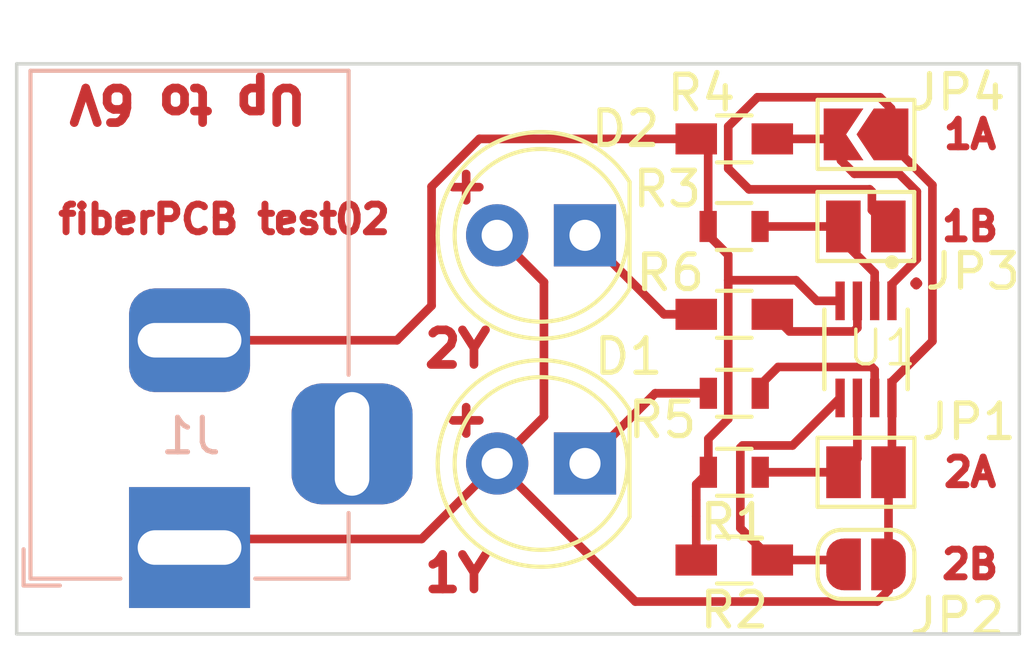
<source format=kicad_pcb>
(kicad_pcb (version 20171130) (host pcbnew "(5.1.6-0-10_14)")

  (general
    (thickness 1.6)
    (drawings 16)
    (tracks 86)
    (zones 0)
    (modules 14)
    (nets 11)
  )

  (page A4)
  (layers
    (0 F.Cu signal)
    (31 B.Cu signal)
    (32 B.Adhes user)
    (33 F.Adhes user)
    (34 B.Paste user)
    (35 F.Paste user)
    (36 B.SilkS user)
    (37 F.SilkS user)
    (38 B.Mask user)
    (39 F.Mask user)
    (40 Dwgs.User user)
    (41 Cmts.User user)
    (42 Eco1.User user)
    (43 Eco2.User user)
    (44 Edge.Cuts user)
    (45 Margin user)
    (46 B.CrtYd user hide)
    (47 F.CrtYd user)
    (48 B.Fab user hide)
    (49 F.Fab user hide)
  )

  (setup
    (last_trace_width 0.25)
    (trace_clearance 0.2)
    (zone_clearance 0.508)
    (zone_45_only no)
    (trace_min 0.2)
    (via_size 0.8)
    (via_drill 0.4)
    (via_min_size 0.4)
    (via_min_drill 0.3)
    (uvia_size 0.3)
    (uvia_drill 0.1)
    (uvias_allowed no)
    (uvia_min_size 0.2)
    (uvia_min_drill 0.1)
    (edge_width 0.1)
    (segment_width 0.2)
    (pcb_text_width 0.3)
    (pcb_text_size 1.5 1.5)
    (mod_edge_width 0.15)
    (mod_text_size 1 1)
    (mod_text_width 0.15)
    (pad_size 1.524 1.524)
    (pad_drill 0.762)
    (pad_to_mask_clearance 0)
    (aux_axis_origin 0 0)
    (visible_elements FFFFFF7F)
    (pcbplotparams
      (layerselection 0x01088_7fffffff)
      (usegerberextensions false)
      (usegerberattributes true)
      (usegerberadvancedattributes true)
      (creategerberjobfile true)
      (excludeedgelayer true)
      (linewidth 0.100000)
      (plotframeref false)
      (viasonmask false)
      (mode 1)
      (useauxorigin false)
      (hpglpennumber 1)
      (hpglpenspeed 20)
      (hpglpendiameter 15.000000)
      (psnegative false)
      (psa4output false)
      (plotreference true)
      (plotvalue true)
      (plotinvisibletext false)
      (padsonsilk false)
      (subtractmaskfromsilk false)
      (outputformat 1)
      (mirror false)
      (drillshape 0)
      (scaleselection 1)
      (outputdirectory ""))
  )

  (net 0 "")
  (net 1 "Net-(D1-Pad1)")
  (net 2 VCC)
  (net 3 "Net-(D2-Pad1)")
  (net 4 GND)
  (net 5 "Net-(JP1-Pad2)")
  (net 6 "Net-(JP2-Pad2)")
  (net 7 "Net-(JP3-Pad2)")
  (net 8 "Net-(JP4-Pad2)")
  (net 9 "Net-(R5-Pad2)")
  (net 10 "Net-(R6-Pad2)")

  (net_class Default "This is the default net class."
    (clearance 0.2)
    (trace_width 0.25)
    (via_dia 0.8)
    (via_drill 0.4)
    (uvia_dia 0.3)
    (uvia_drill 0.1)
    (add_net GND)
    (add_net "Net-(D1-Pad1)")
    (add_net "Net-(D2-Pad1)")
    (add_net "Net-(JP1-Pad2)")
    (add_net "Net-(JP2-Pad2)")
    (add_net "Net-(JP3-Pad2)")
    (add_net "Net-(JP4-Pad2)")
    (add_net "Net-(R5-Pad2)")
    (add_net "Net-(R6-Pad2)")
    (add_net VCC)
  )

  (module Jumper:SolderJumper-2_P1.3mm_Open_TrianglePad1.0x1.5mm (layer F.Cu) (tedit 5A64794F) (tstamp 600A407E)
    (at 162.56508 69.04228 180)
    (descr "SMD Solder Jumper, 1x1.5mm Triangular Pads, 0.3mm gap, open")
    (tags "solder jumper open")
    (path /600A574A)
    (attr virtual)
    (fp_text reference JP4 (at -2.66954 1.21666) (layer F.SilkS)
      (effects (font (size 1 1) (thickness 0.15)))
    )
    (fp_text value Jumper (at 0 1.9) (layer F.Fab)
      (effects (font (size 1 1) (thickness 0.15)))
    )
    (fp_line (start -1.4 1) (end -1.4 -1) (layer F.SilkS) (width 0.12))
    (fp_line (start 1.4 1) (end -1.4 1) (layer F.SilkS) (width 0.12))
    (fp_line (start 1.4 -1) (end 1.4 1) (layer F.SilkS) (width 0.12))
    (fp_line (start -1.4 -1) (end 1.4 -1) (layer F.SilkS) (width 0.12))
    (fp_line (start -1.65 -1.25) (end 1.65 -1.25) (layer F.CrtYd) (width 0.05))
    (fp_line (start -1.65 -1.25) (end -1.65 1.25) (layer F.CrtYd) (width 0.05))
    (fp_line (start 1.65 1.25) (end 1.65 -1.25) (layer F.CrtYd) (width 0.05))
    (fp_line (start 1.65 1.25) (end -1.65 1.25) (layer F.CrtYd) (width 0.05))
    (pad 1 smd custom (at -0.725 0 180) (size 0.3 0.3) (layers F.Cu F.Mask)
      (net 2 VCC) (zone_connect 2)
      (options (clearance outline) (anchor rect))
      (primitives
        (gr_poly (pts
           (xy -0.5 -0.75) (xy 0.5 -0.75) (xy 1 0) (xy 0.5 0.75) (xy -0.5 0.75)
) (width 0))
      ))
    (pad 2 smd custom (at 0.725 0 180) (size 0.3 0.3) (layers F.Cu F.Mask)
      (net 8 "Net-(JP4-Pad2)") (zone_connect 2)
      (options (clearance outline) (anchor rect))
      (primitives
        (gr_poly (pts
           (xy -0.65 -0.75) (xy 0.5 -0.75) (xy 0.5 0.75) (xy -0.65 0.75) (xy -0.15 0)
) (width 0))
      ))
  )

  (module Jumper:SolderJumper-2_P1.3mm_Open_RoundedPad1.0x1.5mm (layer F.Cu) (tedit 5B391E66) (tstamp 600A42AE)
    (at 162.56508 81.48828 180)
    (descr "SMD Solder Jumper, 1x1.5mm, rounded Pads, 0.3mm gap, open")
    (tags "solder jumper open")
    (path /600AA382)
    (attr virtual)
    (fp_text reference JP2 (at -2.63906 -1.4986) (layer F.SilkS)
      (effects (font (size 1 1) (thickness 0.15)))
    )
    (fp_text value Jumper (at 0 1.9) (layer F.Fab)
      (effects (font (size 1 1) (thickness 0.15)))
    )
    (fp_line (start -1.4 0.3) (end -1.4 -0.3) (layer F.SilkS) (width 0.12))
    (fp_line (start 0.7 1) (end -0.7 1) (layer F.SilkS) (width 0.12))
    (fp_line (start 1.4 -0.3) (end 1.4 0.3) (layer F.SilkS) (width 0.12))
    (fp_line (start -0.7 -1) (end 0.7 -1) (layer F.SilkS) (width 0.12))
    (fp_line (start -1.65 -1.25) (end 1.65 -1.25) (layer F.CrtYd) (width 0.05))
    (fp_line (start -1.65 -1.25) (end -1.65 1.25) (layer F.CrtYd) (width 0.05))
    (fp_line (start 1.65 1.25) (end 1.65 -1.25) (layer F.CrtYd) (width 0.05))
    (fp_line (start 1.65 1.25) (end -1.65 1.25) (layer F.CrtYd) (width 0.05))
    (fp_arc (start -0.7 -0.3) (end -0.7 -1) (angle -90) (layer F.SilkS) (width 0.12))
    (fp_arc (start -0.7 0.3) (end -1.4 0.3) (angle -90) (layer F.SilkS) (width 0.12))
    (fp_arc (start 0.7 0.3) (end 0.7 1) (angle -90) (layer F.SilkS) (width 0.12))
    (fp_arc (start 0.7 -0.3) (end 1.4 -0.3) (angle -90) (layer F.SilkS) (width 0.12))
    (pad 2 smd custom (at 0.65 0 180) (size 1 0.5) (layers F.Cu F.Mask)
      (net 6 "Net-(JP2-Pad2)") (zone_connect 2)
      (options (clearance outline) (anchor rect))
      (primitives
        (gr_circle (center 0 0.25) (end 0.5 0.25) (width 0))
        (gr_circle (center 0 -0.25) (end 0.5 -0.25) (width 0))
        (gr_poly (pts
           (xy 0 -0.75) (xy -0.5 -0.75) (xy -0.5 0.75) (xy 0 0.75)) (width 0))
      ))
    (pad 1 smd custom (at -0.65 0 180) (size 1 0.5) (layers F.Cu F.Mask)
      (net 2 VCC) (zone_connect 2)
      (options (clearance outline) (anchor rect))
      (primitives
        (gr_circle (center 0 0.25) (end 0.5 0.25) (width 0))
        (gr_circle (center 0 -0.25) (end 0.5 -0.25) (width 0))
        (gr_poly (pts
           (xy 0 -0.75) (xy 0.5 -0.75) (xy 0.5 0.75) (xy 0 0.75)) (width 0))
      ))
  )

  (module Jumper:SolderJumper-2_P1.3mm_Open_Pad1.0x1.5mm (layer F.Cu) (tedit 5A3EABFC) (tstamp 600A2C90)
    (at 162.56508 78.82128 180)
    (descr "SMD Solder Jumper, 1x1.5mm Pads, 0.3mm gap, open")
    (tags "solder jumper open")
    (path /600AA38C)
    (attr virtual)
    (fp_text reference JP1 (at -2.97434 1.4605) (layer F.SilkS)
      (effects (font (size 1 1) (thickness 0.15)))
    )
    (fp_text value Jumper (at 0 1.9) (layer F.Fab)
      (effects (font (size 1 1) (thickness 0.15)))
    )
    (fp_line (start -1.4 1) (end -1.4 -1) (layer F.SilkS) (width 0.12))
    (fp_line (start 1.4 1) (end -1.4 1) (layer F.SilkS) (width 0.12))
    (fp_line (start 1.4 -1) (end 1.4 1) (layer F.SilkS) (width 0.12))
    (fp_line (start -1.4 -1) (end 1.4 -1) (layer F.SilkS) (width 0.12))
    (fp_line (start -1.65 -1.25) (end 1.65 -1.25) (layer F.CrtYd) (width 0.05))
    (fp_line (start -1.65 -1.25) (end -1.65 1.25) (layer F.CrtYd) (width 0.05))
    (fp_line (start 1.65 1.25) (end 1.65 -1.25) (layer F.CrtYd) (width 0.05))
    (fp_line (start 1.65 1.25) (end -1.65 1.25) (layer F.CrtYd) (width 0.05))
    (pad 1 smd rect (at -0.65 0 180) (size 1 1.5) (layers F.Cu F.Mask)
      (net 2 VCC))
    (pad 2 smd rect (at 0.65 0 180) (size 1 1.5) (layers F.Cu F.Mask)
      (net 5 "Net-(JP1-Pad2)"))
  )

  (module fiberPCB:SOP50P310X90-8N (layer F.Cu) (tedit 60091E8F) (tstamp 600A2CEA)
    (at 162.56508 75.26528 270)
    (path /600A26C5)
    (fp_text reference U1 (at -0.04318 -0.46736 180) (layer F.SilkS)
      (effects (font (size 1 1) (thickness 0.1)))
    )
    (fp_text value TC7WZ08FK (at 7.275 2.135 90) (layer F.Fab)
      (effects (font (size 1 1) (thickness 0.015)))
    )
    (fp_circle (center -2.525 -0.75) (end -2.425 -0.75) (layer F.SilkS) (width 0.2))
    (fp_circle (center -2.525 -0.75) (end -2.425 -0.75) (layer F.Fab) (width 0.2))
    (fp_line (start -1.15 -1) (end 1.15 -1) (layer F.Fab) (width 0.127))
    (fp_line (start -1.15 1) (end 1.15 1) (layer F.Fab) (width 0.127))
    (fp_line (start -1.15 -1.205) (end 1.15 -1.205) (layer F.SilkS) (width 0.127))
    (fp_line (start -1.15 1.205) (end 1.15 1.205) (layer F.SilkS) (width 0.127))
    (fp_line (start -1.15 -1) (end -1.15 1) (layer F.Fab) (width 0.127))
    (fp_line (start 1.15 -1) (end 1.15 1) (layer F.Fab) (width 0.127))
    (fp_line (start -2.215 -1.25) (end 2.215 -1.25) (layer F.CrtYd) (width 0.05))
    (fp_line (start -2.215 1.25) (end 2.215 1.25) (layer F.CrtYd) (width 0.05))
    (fp_line (start -2.215 -1.25) (end -2.215 1.25) (layer F.CrtYd) (width 0.05))
    (fp_line (start 2.215 -1.25) (end 2.215 1.25) (layer F.CrtYd) (width 0.05))
    (pad 1 smd rect (at -1.405 -0.75 270) (size 1.12 0.27) (layers F.Cu F.Paste F.Mask)
      (net 8 "Net-(JP4-Pad2)"))
    (pad 2 smd rect (at -1.405 -0.25 270) (size 1.12 0.27) (layers F.Cu F.Paste F.Mask)
      (net 7 "Net-(JP3-Pad2)"))
    (pad 3 smd rect (at -1.405 0.25 270) (size 1.12 0.27) (layers F.Cu F.Paste F.Mask)
      (net 10 "Net-(R6-Pad2)"))
    (pad 4 smd rect (at -1.405 0.75 270) (size 1.12 0.27) (layers F.Cu F.Paste F.Mask)
      (net 4 GND))
    (pad 5 smd rect (at 1.405 0.75 270) (size 1.12 0.27) (layers F.Cu F.Paste F.Mask)
      (net 6 "Net-(JP2-Pad2)"))
    (pad 6 smd rect (at 1.405 0.25 270) (size 1.12 0.27) (layers F.Cu F.Paste F.Mask)
      (net 5 "Net-(JP1-Pad2)"))
    (pad 7 smd rect (at 1.405 -0.25 270) (size 1.12 0.27) (layers F.Cu F.Paste F.Mask)
      (net 9 "Net-(R5-Pad2)"))
    (pad 8 smd rect (at 1.405 -0.75 270) (size 1.12 0.27) (layers F.Cu F.Paste F.Mask)
      (net 2 VCC))
  )

  (module Resistors_SMD:R_0603_HandSoldering (layer F.Cu) (tedit 58E0A804) (tstamp 600A2CD2)
    (at 158.75508 74.24928)
    (descr "Resistor SMD 0603, hand soldering")
    (tags "resistor 0603")
    (path /600B355C)
    (attr smd)
    (fp_text reference R6 (at -1.8542 -1.20142) (layer F.SilkS)
      (effects (font (size 1 1) (thickness 0.15)))
    )
    (fp_text value R (at 0 1.55) (layer F.Fab)
      (effects (font (size 1 1) (thickness 0.15)))
    )
    (fp_line (start 1.95 0.7) (end -1.96 0.7) (layer F.CrtYd) (width 0.05))
    (fp_line (start 1.95 0.7) (end 1.95 -0.7) (layer F.CrtYd) (width 0.05))
    (fp_line (start -1.96 -0.7) (end -1.96 0.7) (layer F.CrtYd) (width 0.05))
    (fp_line (start -1.96 -0.7) (end 1.95 -0.7) (layer F.CrtYd) (width 0.05))
    (fp_line (start -0.5 -0.68) (end 0.5 -0.68) (layer F.SilkS) (width 0.12))
    (fp_line (start 0.5 0.68) (end -0.5 0.68) (layer F.SilkS) (width 0.12))
    (fp_line (start -0.8 -0.4) (end 0.8 -0.4) (layer F.Fab) (width 0.1))
    (fp_line (start 0.8 -0.4) (end 0.8 0.4) (layer F.Fab) (width 0.1))
    (fp_line (start 0.8 0.4) (end -0.8 0.4) (layer F.Fab) (width 0.1))
    (fp_line (start -0.8 0.4) (end -0.8 -0.4) (layer F.Fab) (width 0.1))
    (fp_text user %R (at 0 0) (layer F.Fab)
      (effects (font (size 0.4 0.4) (thickness 0.075)))
    )
    (pad 1 smd rect (at -1.1 0) (size 1.2 0.9) (layers F.Cu F.Paste F.Mask)
      (net 3 "Net-(D2-Pad1)"))
    (pad 2 smd rect (at 1.1 0) (size 1.2 0.9) (layers F.Cu F.Paste F.Mask)
      (net 10 "Net-(R6-Pad2)"))
    (model ${KISYS3DMOD}/Resistors_SMD.3dshapes/R_0603.wrl
      (at (xyz 0 0 0))
      (scale (xyz 1 1 1))
      (rotate (xyz 0 0 0))
    )
  )

  (module Resistors_SMD:R_0603 (layer F.Cu) (tedit 58E0A804) (tstamp 600A2CCF)
    (at 158.75508 76.53528)
    (descr "Resistor SMD 0603, reflow soldering, Vishay (see dcrcw.pdf)")
    (tags "resistor 0603")
    (path /600A522F)
    (attr smd)
    (fp_text reference R5 (at -2.08026 0.76962) (layer F.SilkS)
      (effects (font (size 1 1) (thickness 0.15)))
    )
    (fp_text value R (at 0 1.5) (layer F.Fab)
      (effects (font (size 1 1) (thickness 0.15)))
    )
    (fp_line (start 1.25 0.7) (end -1.25 0.7) (layer F.CrtYd) (width 0.05))
    (fp_line (start 1.25 0.7) (end 1.25 -0.7) (layer F.CrtYd) (width 0.05))
    (fp_line (start -1.25 -0.7) (end -1.25 0.7) (layer F.CrtYd) (width 0.05))
    (fp_line (start -1.25 -0.7) (end 1.25 -0.7) (layer F.CrtYd) (width 0.05))
    (fp_line (start -0.5 -0.68) (end 0.5 -0.68) (layer F.SilkS) (width 0.12))
    (fp_line (start 0.5 0.68) (end -0.5 0.68) (layer F.SilkS) (width 0.12))
    (fp_line (start -0.8 -0.4) (end 0.8 -0.4) (layer F.Fab) (width 0.1))
    (fp_line (start 0.8 -0.4) (end 0.8 0.4) (layer F.Fab) (width 0.1))
    (fp_line (start 0.8 0.4) (end -0.8 0.4) (layer F.Fab) (width 0.1))
    (fp_line (start -0.8 0.4) (end -0.8 -0.4) (layer F.Fab) (width 0.1))
    (fp_text user %R (at 0 0) (layer F.Fab)
      (effects (font (size 0.4 0.4) (thickness 0.075)))
    )
    (pad 1 smd rect (at -0.75 0) (size 0.5 0.9) (layers F.Cu F.Paste F.Mask)
      (net 1 "Net-(D1-Pad1)"))
    (pad 2 smd rect (at 0.75 0) (size 0.5 0.9) (layers F.Cu F.Paste F.Mask)
      (net 9 "Net-(R5-Pad2)"))
    (model ${KISYS3DMOD}/Resistors_SMD.3dshapes/R_0603.wrl
      (at (xyz 0 0 0))
      (scale (xyz 1 1 1))
      (rotate (xyz 0 0 0))
    )
  )

  (module Resistors_SMD:R_0603_HandSoldering (layer F.Cu) (tedit 58E0A804) (tstamp 600A4051)
    (at 158.75508 69.17182 180)
    (descr "Resistor SMD 0603, hand soldering")
    (tags "resistor 0603")
    (path /600A3A8C)
    (attr smd)
    (fp_text reference R4 (at 0.9525 1.32842) (layer F.SilkS)
      (effects (font (size 1 1) (thickness 0.15)))
    )
    (fp_text value R (at 0 1.55) (layer F.Fab)
      (effects (font (size 1 1) (thickness 0.15)))
    )
    (fp_line (start 1.95 0.7) (end -1.96 0.7) (layer F.CrtYd) (width 0.05))
    (fp_line (start 1.95 0.7) (end 1.95 -0.7) (layer F.CrtYd) (width 0.05))
    (fp_line (start -1.96 -0.7) (end -1.96 0.7) (layer F.CrtYd) (width 0.05))
    (fp_line (start -1.96 -0.7) (end 1.95 -0.7) (layer F.CrtYd) (width 0.05))
    (fp_line (start -0.5 -0.68) (end 0.5 -0.68) (layer F.SilkS) (width 0.12))
    (fp_line (start 0.5 0.68) (end -0.5 0.68) (layer F.SilkS) (width 0.12))
    (fp_line (start -0.8 -0.4) (end 0.8 -0.4) (layer F.Fab) (width 0.1))
    (fp_line (start 0.8 -0.4) (end 0.8 0.4) (layer F.Fab) (width 0.1))
    (fp_line (start 0.8 0.4) (end -0.8 0.4) (layer F.Fab) (width 0.1))
    (fp_line (start -0.8 0.4) (end -0.8 -0.4) (layer F.Fab) (width 0.1))
    (fp_text user %R (at 0 0) (layer F.Fab)
      (effects (font (size 0.4 0.4) (thickness 0.075)))
    )
    (pad 1 smd rect (at -1.1 0 180) (size 1.2 0.9) (layers F.Cu F.Paste F.Mask)
      (net 8 "Net-(JP4-Pad2)"))
    (pad 2 smd rect (at 1.1 0 180) (size 1.2 0.9) (layers F.Cu F.Paste F.Mask)
      (net 4 GND))
    (model ${KISYS3DMOD}/Resistors_SMD.3dshapes/R_0603.wrl
      (at (xyz 0 0 0))
      (scale (xyz 1 1 1))
      (rotate (xyz 0 0 0))
    )
  )

  (module Resistors_SMD:R_0603 (layer F.Cu) (tedit 58E0A804) (tstamp 600A2CC9)
    (at 158.75 71.70674 180)
    (descr "Resistor SMD 0603, reflow soldering, Vishay (see dcrcw.pdf)")
    (tags "resistor 0603")
    (path /600A416F)
    (attr smd)
    (fp_text reference R3 (at 1.93294 1.08204) (layer F.SilkS)
      (effects (font (size 1 1) (thickness 0.15)))
    )
    (fp_text value R (at 0 1.5) (layer F.Fab)
      (effects (font (size 1 1) (thickness 0.15)))
    )
    (fp_line (start 1.25 0.7) (end -1.25 0.7) (layer F.CrtYd) (width 0.05))
    (fp_line (start 1.25 0.7) (end 1.25 -0.7) (layer F.CrtYd) (width 0.05))
    (fp_line (start -1.25 -0.7) (end -1.25 0.7) (layer F.CrtYd) (width 0.05))
    (fp_line (start -1.25 -0.7) (end 1.25 -0.7) (layer F.CrtYd) (width 0.05))
    (fp_line (start -0.5 -0.68) (end 0.5 -0.68) (layer F.SilkS) (width 0.12))
    (fp_line (start 0.5 0.68) (end -0.5 0.68) (layer F.SilkS) (width 0.12))
    (fp_line (start -0.8 -0.4) (end 0.8 -0.4) (layer F.Fab) (width 0.1))
    (fp_line (start 0.8 -0.4) (end 0.8 0.4) (layer F.Fab) (width 0.1))
    (fp_line (start 0.8 0.4) (end -0.8 0.4) (layer F.Fab) (width 0.1))
    (fp_line (start -0.8 0.4) (end -0.8 -0.4) (layer F.Fab) (width 0.1))
    (fp_text user %R (at 0 0) (layer F.Fab)
      (effects (font (size 0.4 0.4) (thickness 0.075)))
    )
    (pad 1 smd rect (at -0.75 0 180) (size 0.5 0.9) (layers F.Cu F.Paste F.Mask)
      (net 7 "Net-(JP3-Pad2)"))
    (pad 2 smd rect (at 0.75 0 180) (size 0.5 0.9) (layers F.Cu F.Paste F.Mask)
      (net 4 GND))
    (model ${KISYS3DMOD}/Resistors_SMD.3dshapes/R_0603.wrl
      (at (xyz 0 0 0))
      (scale (xyz 1 1 1))
      (rotate (xyz 0 0 0))
    )
  )

  (module Resistors_SMD:R_0603_HandSoldering (layer F.Cu) (tedit 58E0A804) (tstamp 600A2CC6)
    (at 158.75508 81.36128 180)
    (descr "Resistor SMD 0603, hand soldering")
    (tags "resistor 0603")
    (path /600AA36E)
    (attr smd)
    (fp_text reference R2 (at 0 -1.45) (layer F.SilkS)
      (effects (font (size 1 1) (thickness 0.15)))
    )
    (fp_text value R (at 0 1.55) (layer F.Fab)
      (effects (font (size 1 1) (thickness 0.15)))
    )
    (fp_line (start 1.95 0.7) (end -1.96 0.7) (layer F.CrtYd) (width 0.05))
    (fp_line (start 1.95 0.7) (end 1.95 -0.7) (layer F.CrtYd) (width 0.05))
    (fp_line (start -1.96 -0.7) (end -1.96 0.7) (layer F.CrtYd) (width 0.05))
    (fp_line (start -1.96 -0.7) (end 1.95 -0.7) (layer F.CrtYd) (width 0.05))
    (fp_line (start -0.5 -0.68) (end 0.5 -0.68) (layer F.SilkS) (width 0.12))
    (fp_line (start 0.5 0.68) (end -0.5 0.68) (layer F.SilkS) (width 0.12))
    (fp_line (start -0.8 -0.4) (end 0.8 -0.4) (layer F.Fab) (width 0.1))
    (fp_line (start 0.8 -0.4) (end 0.8 0.4) (layer F.Fab) (width 0.1))
    (fp_line (start 0.8 0.4) (end -0.8 0.4) (layer F.Fab) (width 0.1))
    (fp_line (start -0.8 0.4) (end -0.8 -0.4) (layer F.Fab) (width 0.1))
    (fp_text user %R (at 0 0) (layer F.Fab)
      (effects (font (size 0.4 0.4) (thickness 0.075)))
    )
    (pad 1 smd rect (at -1.1 0 180) (size 1.2 0.9) (layers F.Cu F.Paste F.Mask)
      (net 6 "Net-(JP2-Pad2)"))
    (pad 2 smd rect (at 1.1 0 180) (size 1.2 0.9) (layers F.Cu F.Paste F.Mask)
      (net 4 GND))
    (model ${KISYS3DMOD}/Resistors_SMD.3dshapes/R_0603.wrl
      (at (xyz 0 0 0))
      (scale (xyz 1 1 1))
      (rotate (xyz 0 0 0))
    )
  )

  (module Resistors_SMD:R_0603 (layer F.Cu) (tedit 58E0A804) (tstamp 600A2CC3)
    (at 158.75508 78.82128 180)
    (descr "Resistor SMD 0603, reflow soldering, Vishay (see dcrcw.pdf)")
    (tags "resistor 0603")
    (path /600AA378)
    (attr smd)
    (fp_text reference R1 (at 0 -1.45) (layer F.SilkS)
      (effects (font (size 1 1) (thickness 0.15)))
    )
    (fp_text value R (at 0 1.5) (layer F.Fab)
      (effects (font (size 1 1) (thickness 0.15)))
    )
    (fp_line (start 1.25 0.7) (end -1.25 0.7) (layer F.CrtYd) (width 0.05))
    (fp_line (start 1.25 0.7) (end 1.25 -0.7) (layer F.CrtYd) (width 0.05))
    (fp_line (start -1.25 -0.7) (end -1.25 0.7) (layer F.CrtYd) (width 0.05))
    (fp_line (start -1.25 -0.7) (end 1.25 -0.7) (layer F.CrtYd) (width 0.05))
    (fp_line (start -0.5 -0.68) (end 0.5 -0.68) (layer F.SilkS) (width 0.12))
    (fp_line (start 0.5 0.68) (end -0.5 0.68) (layer F.SilkS) (width 0.12))
    (fp_line (start -0.8 -0.4) (end 0.8 -0.4) (layer F.Fab) (width 0.1))
    (fp_line (start 0.8 -0.4) (end 0.8 0.4) (layer F.Fab) (width 0.1))
    (fp_line (start 0.8 0.4) (end -0.8 0.4) (layer F.Fab) (width 0.1))
    (fp_line (start -0.8 0.4) (end -0.8 -0.4) (layer F.Fab) (width 0.1))
    (fp_text user %R (at 0 0) (layer F.Fab)
      (effects (font (size 0.4 0.4) (thickness 0.075)))
    )
    (pad 1 smd rect (at -0.75 0 180) (size 0.5 0.9) (layers F.Cu F.Paste F.Mask)
      (net 5 "Net-(JP1-Pad2)"))
    (pad 2 smd rect (at 0.75 0 180) (size 0.5 0.9) (layers F.Cu F.Paste F.Mask)
      (net 4 GND))
    (model ${KISYS3DMOD}/Resistors_SMD.3dshapes/R_0603.wrl
      (at (xyz 0 0 0))
      (scale (xyz 1 1 1))
      (rotate (xyz 0 0 0))
    )
  )

  (module Jumper:SolderJumper-2_P1.3mm_Open_Pad1.0x1.5mm (layer F.Cu) (tedit 5A3EABFC) (tstamp 600A2CB2)
    (at 162.56 71.70674 180)
    (descr "SMD Solder Jumper, 1x1.5mm Pads, 0.3mm gap, open")
    (tags "solder jumper open")
    (path /600A5FA7)
    (attr virtual)
    (fp_text reference JP3 (at -3.09626 -1.30048) (layer F.SilkS)
      (effects (font (size 1 1) (thickness 0.15)))
    )
    (fp_text value Jumper (at 0 1.9) (layer F.Fab)
      (effects (font (size 1 1) (thickness 0.15)))
    )
    (fp_line (start -1.4 1) (end -1.4 -1) (layer F.SilkS) (width 0.12))
    (fp_line (start 1.4 1) (end -1.4 1) (layer F.SilkS) (width 0.12))
    (fp_line (start 1.4 -1) (end 1.4 1) (layer F.SilkS) (width 0.12))
    (fp_line (start -1.4 -1) (end 1.4 -1) (layer F.SilkS) (width 0.12))
    (fp_line (start -1.65 -1.25) (end 1.65 -1.25) (layer F.CrtYd) (width 0.05))
    (fp_line (start -1.65 -1.25) (end -1.65 1.25) (layer F.CrtYd) (width 0.05))
    (fp_line (start 1.65 1.25) (end 1.65 -1.25) (layer F.CrtYd) (width 0.05))
    (fp_line (start 1.65 1.25) (end -1.65 1.25) (layer F.CrtYd) (width 0.05))
    (pad 1 smd rect (at -0.65 0 180) (size 1 1.5) (layers F.Cu F.Mask)
      (net 2 VCC))
    (pad 2 smd rect (at 0.65 0 180) (size 1 1.5) (layers F.Cu F.Mask)
      (net 7 "Net-(JP3-Pad2)"))
  )

  (module Connector_BarrelJack:BarrelJack_Horizontal (layer B.Cu) (tedit 5A1DBF6A) (tstamp 600A2C80)
    (at 143 81 270)
    (descr "DC Barrel Jack")
    (tags "Power Jack")
    (path /600A2E86)
    (fp_text reference J1 (at -3.2258 -0.03556 180) (layer B.SilkS)
      (effects (font (size 1 1) (thickness 0.15)) (justify mirror))
    )
    (fp_text value Barrel_Jack_Switch (at -6.2 5.5 270) (layer B.Fab)
      (effects (font (size 1 1) (thickness 0.15)) (justify mirror))
    )
    (fp_line (start -0.003213 4.505425) (end 0.8 3.75) (layer B.Fab) (width 0.1))
    (fp_line (start 1.1 3.75) (end 1.1 4.8) (layer B.SilkS) (width 0.12))
    (fp_line (start 0.05 4.8) (end 1.1 4.8) (layer B.SilkS) (width 0.12))
    (fp_line (start 1 4.5) (end 1 4.75) (layer B.CrtYd) (width 0.05))
    (fp_line (start 1 4.75) (end -14 4.75) (layer B.CrtYd) (width 0.05))
    (fp_line (start 1 4.5) (end 1 2) (layer B.CrtYd) (width 0.05))
    (fp_line (start 1 2) (end 2 2) (layer B.CrtYd) (width 0.05))
    (fp_line (start 2 2) (end 2 -2) (layer B.CrtYd) (width 0.05))
    (fp_line (start 2 -2) (end 1 -2) (layer B.CrtYd) (width 0.05))
    (fp_line (start 1 -2) (end 1 -4.75) (layer B.CrtYd) (width 0.05))
    (fp_line (start 1 -4.75) (end -1 -4.75) (layer B.CrtYd) (width 0.05))
    (fp_line (start -1 -4.75) (end -1 -6.75) (layer B.CrtYd) (width 0.05))
    (fp_line (start -1 -6.75) (end -5 -6.75) (layer B.CrtYd) (width 0.05))
    (fp_line (start -5 -6.75) (end -5 -4.75) (layer B.CrtYd) (width 0.05))
    (fp_line (start -5 -4.75) (end -14 -4.75) (layer B.CrtYd) (width 0.05))
    (fp_line (start -14 -4.75) (end -14 4.75) (layer B.CrtYd) (width 0.05))
    (fp_line (start -5 -4.6) (end -13.8 -4.6) (layer B.SilkS) (width 0.12))
    (fp_line (start -13.8 -4.6) (end -13.8 4.6) (layer B.SilkS) (width 0.12))
    (fp_line (start 0.9 -1.9) (end 0.9 -4.6) (layer B.SilkS) (width 0.12))
    (fp_line (start 0.9 -4.6) (end -1 -4.6) (layer B.SilkS) (width 0.12))
    (fp_line (start -13.8 4.6) (end 0.9 4.6) (layer B.SilkS) (width 0.12))
    (fp_line (start 0.9 4.6) (end 0.9 2) (layer B.SilkS) (width 0.12))
    (fp_line (start -10.2 4.5) (end -10.2 -4.5) (layer B.Fab) (width 0.1))
    (fp_line (start -13.7 4.5) (end -13.7 -4.5) (layer B.Fab) (width 0.1))
    (fp_line (start -13.7 -4.5) (end 0.8 -4.5) (layer B.Fab) (width 0.1))
    (fp_line (start 0.8 -4.5) (end 0.8 3.75) (layer B.Fab) (width 0.1))
    (fp_line (start 0 4.5) (end -13.7 4.5) (layer B.Fab) (width 0.1))
    (fp_text user %R (at -3 2.95 270) (layer B.Fab)
      (effects (font (size 1 1) (thickness 0.15)) (justify mirror))
    )
    (pad 3 thru_hole roundrect (at -3 -4.7 270) (size 3.5 3.5) (drill oval 3 1) (layers *.Cu *.Mask) (roundrect_rratio 0.25))
    (pad 2 thru_hole roundrect (at -6 0 270) (size 3 3.5) (drill oval 1 3) (layers *.Cu *.Mask) (roundrect_rratio 0.25)
      (net 4 GND))
    (pad 1 thru_hole rect (at 0 0 270) (size 3.5 3.5) (drill oval 1 3) (layers *.Cu *.Mask)
      (net 2 VCC))
    (model ${KISYS3DMOD}/Connector_BarrelJack.3dshapes/BarrelJack_Horizontal.wrl
      (at (xyz 0 0 0))
      (scale (xyz 1 1 1))
      (rotate (xyz 0 0 0))
    )
  )

  (module LEDs:LED_D5.0mm (layer F.Cu) (tedit 5995936A) (tstamp 600A2C5D)
    (at 154.43708 71.96328 180)
    (descr "LED, diameter 5.0mm, 2 pins, http://cdn-reichelt.de/documents/datenblatt/A500/LL-504BC2E-009.pdf")
    (tags "LED diameter 5.0mm 2 pins")
    (path /600B3552)
    (fp_text reference D2 (at -1.17348 3.0861) (layer F.SilkS)
      (effects (font (size 1 1) (thickness 0.15)))
    )
    (fp_text value LED (at 1.27 3.96) (layer F.Fab)
      (effects (font (size 1 1) (thickness 0.15)))
    )
    (fp_line (start 4.5 -3.25) (end -1.95 -3.25) (layer F.CrtYd) (width 0.05))
    (fp_line (start 4.5 3.25) (end 4.5 -3.25) (layer F.CrtYd) (width 0.05))
    (fp_line (start -1.95 3.25) (end 4.5 3.25) (layer F.CrtYd) (width 0.05))
    (fp_line (start -1.95 -3.25) (end -1.95 3.25) (layer F.CrtYd) (width 0.05))
    (fp_line (start -1.29 -1.545) (end -1.29 1.545) (layer F.SilkS) (width 0.12))
    (fp_line (start -1.23 -1.469694) (end -1.23 1.469694) (layer F.Fab) (width 0.1))
    (fp_circle (center 1.27 0) (end 3.77 0) (layer F.SilkS) (width 0.12))
    (fp_circle (center 1.27 0) (end 3.77 0) (layer F.Fab) (width 0.1))
    (fp_arc (start 1.27 0) (end -1.23 -1.469694) (angle 299.1) (layer F.Fab) (width 0.1))
    (fp_arc (start 1.27 0) (end -1.29 -1.54483) (angle 148.9) (layer F.SilkS) (width 0.12))
    (fp_arc (start 1.27 0) (end -1.29 1.54483) (angle -148.9) (layer F.SilkS) (width 0.12))
    (fp_text user %R (at 1.25 0) (layer F.Fab)
      (effects (font (size 0.8 0.8) (thickness 0.2)))
    )
    (pad 1 thru_hole rect (at 0 0 180) (size 1.8 1.8) (drill 0.9) (layers *.Cu *.Mask)
      (net 3 "Net-(D2-Pad1)"))
    (pad 2 thru_hole circle (at 2.54 0 180) (size 1.8 1.8) (drill 0.9) (layers *.Cu *.Mask)
      (net 2 VCC))
    (model ${KISYS3DMOD}/LEDs.3dshapes/LED_D5.0mm.wrl
      (at (xyz 0 0 0))
      (scale (xyz 0.393701 0.393701 0.393701))
      (rotate (xyz 0 0 0))
    )
  )

  (module LEDs:LED_D5.0mm (layer F.Cu) (tedit 5995936A) (tstamp 600A2C5A)
    (at 154.43708 78.56728 180)
    (descr "LED, diameter 5.0mm, 2 pins, http://cdn-reichelt.de/documents/datenblatt/A500/LL-504BC2E-009.pdf")
    (tags "LED diameter 5.0mm 2 pins")
    (path /600A4A16)
    (fp_text reference D1 (at -1.25984 3.09626) (layer F.SilkS)
      (effects (font (size 1 1) (thickness 0.15)))
    )
    (fp_text value LED (at 1.27 3.96) (layer F.Fab)
      (effects (font (size 1 1) (thickness 0.15)))
    )
    (fp_line (start 4.5 -3.25) (end -1.95 -3.25) (layer F.CrtYd) (width 0.05))
    (fp_line (start 4.5 3.25) (end 4.5 -3.25) (layer F.CrtYd) (width 0.05))
    (fp_line (start -1.95 3.25) (end 4.5 3.25) (layer F.CrtYd) (width 0.05))
    (fp_line (start -1.95 -3.25) (end -1.95 3.25) (layer F.CrtYd) (width 0.05))
    (fp_line (start -1.29 -1.545) (end -1.29 1.545) (layer F.SilkS) (width 0.12))
    (fp_line (start -1.23 -1.469694) (end -1.23 1.469694) (layer F.Fab) (width 0.1))
    (fp_circle (center 1.27 0) (end 3.77 0) (layer F.SilkS) (width 0.12))
    (fp_circle (center 1.27 0) (end 3.77 0) (layer F.Fab) (width 0.1))
    (fp_arc (start 1.27 0) (end -1.23 -1.469694) (angle 299.1) (layer F.Fab) (width 0.1))
    (fp_arc (start 1.27 0) (end -1.29 -1.54483) (angle 148.9) (layer F.SilkS) (width 0.12))
    (fp_arc (start 1.27 0) (end -1.29 1.54483) (angle -148.9) (layer F.SilkS) (width 0.12))
    (fp_text user %R (at 1.25 0) (layer F.Fab)
      (effects (font (size 0.8 0.8) (thickness 0.2)))
    )
    (pad 1 thru_hole rect (at 0 0 180) (size 1.8 1.8) (drill 0.9) (layers *.Cu *.Mask)
      (net 1 "Net-(D1-Pad1)"))
    (pad 2 thru_hole circle (at 2.54 0 180) (size 1.8 1.8) (drill 0.9) (layers *.Cu *.Mask)
      (net 2 VCC))
    (model ${KISYS3DMOD}/LEDs.3dshapes/LED_D5.0mm.wrl
      (at (xyz 0 0 0))
      (scale (xyz 0.393701 0.393701 0.393701))
      (rotate (xyz 0 0 0))
    )
  )

  (gr_text 16.5x29mm (at 142 66) (layer Dwgs.User)
    (effects (font (size 1 1) (thickness 0.15)))
  )
  (gr_text + (at 151 77.25) (layer F.Cu) (tstamp 600A4B0C)
    (effects (font (size 1 1) (thickness 0.25)))
  )
  (gr_text + (at 151 70.5) (layer F.Cu) (tstamp 600A4B09)
    (effects (font (size 1 1) (thickness 0.25)))
  )
  (gr_line (start 138 83.5) (end 138 67) (layer Edge.Cuts) (width 0.1) (tstamp 600A4A9C))
  (gr_line (start 167 83.5) (end 138 83.5) (layer Edge.Cuts) (width 0.1))
  (gr_line (start 167 67) (end 167 83.5) (layer Edge.Cuts) (width 0.1))
  (gr_line (start 138 67) (end 167 67) (layer Edge.Cuts) (width 0.1))
  (gr_text "fiberPCB test02" (at 144 71.5) (layer F.Cu) (tstamp 600A4AA8)
    (effects (font (size 0.8 0.8) (thickness 0.2)))
  )
  (gr_text . (at 164.01796 72.95388) (layer F.Cu) (tstamp 600A4899)
    (effects (font (size 1 1) (thickness 0.25)))
  )
  (gr_text 2B (at 165.57244 81.48828) (layer F.Cu) (tstamp 600A4744)
    (effects (font (size 0.8 0.8) (thickness 0.2)))
  )
  (gr_text 2A (at 165.57244 78.82128) (layer F.Cu) (tstamp 600A4741)
    (effects (font (size 0.8 0.8) (thickness 0.2)))
  )
  (gr_text 1B (at 165.57244 71.70674) (layer F.Cu) (tstamp 600A473E)
    (effects (font (size 0.8 0.8) (thickness 0.2)))
  )
  (gr_text 1A (at 165.57244 69.04228) (layer F.Cu) (tstamp 600A473B)
    (effects (font (size 0.8 0.8) (thickness 0.2)))
  )
  (gr_text 2Y (at 150.75 75.25) (layer F.Cu) (tstamp 600A4738)
    (effects (font (size 1 1) (thickness 0.25)))
  )
  (gr_text 1Y (at 150.75 81.75) (layer F.Cu) (tstamp 600A4319)
    (effects (font (size 1 1) (thickness 0.25)))
  )
  (gr_text "Up to 6V" (at 142.95 68.15 180) (layer F.Cu)
    (effects (font (size 1 1) (thickness 0.25)))
  )

  (segment (start 156.46908 76.53528) (end 154.43708 78.56728) (width 0.25) (layer F.Cu) (net 1))
  (segment (start 158.00508 76.53528) (end 156.46908 76.53528) (width 0.25) (layer F.Cu) (net 1))
  (segment (start 163.21508 78.82128) (end 163.21508 81.36128) (width 0.25) (layer F.Cu) (net 2))
  (segment (start 163.31508 78.72128) (end 163.21508 78.82128) (width 0.25) (layer F.Cu) (net 2))
  (segment (start 163.31508 76.67028) (end 163.31508 78.72128) (width 0.25) (layer F.Cu) (net 2))
  (segment (start 163.21 69.2519) (end 163.29008 69.17182) (width 0.25) (layer F.Cu) (net 2))
  (segment (start 159.179841 70.631739) (end 158.580081 70.031979) (width 0.25) (layer F.Cu) (net 2))
  (segment (start 162.670001 70.631739) (end 162.735001 70.696739) (width 0.25) (layer F.Cu) (net 2))
  (segment (start 159.179841 70.631739) (end 162.670001 70.631739) (width 0.25) (layer F.Cu) (net 2))
  (segment (start 162.735001 71.231741) (end 163.21 71.70674) (width 0.25) (layer F.Cu) (net 2))
  (segment (start 162.735001 70.696739) (end 162.735001 71.231741) (width 0.25) (layer F.Cu) (net 2))
  (segment (start 163.29008 69.315408) (end 163.29008 69.04228) (width 0.25) (layer F.Cu) (net 2))
  (segment (start 164.48501 70.510338) (end 163.29008 69.315408) (width 0.25) (layer F.Cu) (net 2))
  (segment (start 164.485011 75.026829) (end 164.48501 70.510338) (width 0.25) (layer F.Cu) (net 2))
  (segment (start 163.31508 76.19676) (end 164.485011 75.026829) (width 0.25) (layer F.Cu) (net 2))
  (segment (start 163.31508 76.67028) (end 163.31508 76.19676) (width 0.25) (layer F.Cu) (net 2))
  (segment (start 151.89708 71.96328) (end 153.25 73.3162) (width 0.25) (layer F.Cu) (net 2))
  (segment (start 153.25 77.21436) (end 151.89708 78.56728) (width 0.25) (layer F.Cu) (net 2))
  (segment (start 153.25 73.3162) (end 153.25 77.21436) (width 0.25) (layer F.Cu) (net 2))
  (segment (start 159.424628 67.96727) (end 158.580081 68.811817) (width 0.25) (layer F.Cu) (net 2))
  (segment (start 162.96507 67.96727) (end 159.424628 67.96727) (width 0.25) (layer F.Cu) (net 2))
  (segment (start 163.29008 68.29228) (end 162.96507 67.96727) (width 0.25) (layer F.Cu) (net 2))
  (segment (start 158.580081 68.811817) (end 158.580081 70.031979) (width 0.25) (layer F.Cu) (net 2))
  (segment (start 163.29008 69.04228) (end 163.29008 68.29228) (width 0.25) (layer F.Cu) (net 2))
  (segment (start 149.71199 80.75237) (end 151.89708 78.56728) (width 0.25) (layer F.Cu) (net 2))
  (segment (start 143.24763 80.75237) (end 149.71199 80.75237) (width 0.25) (layer F.Cu) (net 2))
  (segment (start 143 81) (end 143.24763 80.75237) (width 0.25) (layer F.Cu) (net 2))
  (segment (start 162.887662 82.56329) (end 155.89309 82.56329) (width 0.25) (layer F.Cu) (net 2))
  (segment (start 163.21508 82.235872) (end 162.887662 82.56329) (width 0.25) (layer F.Cu) (net 2))
  (segment (start 155.89309 82.56329) (end 151.89708 78.56728) (width 0.25) (layer F.Cu) (net 2))
  (segment (start 163.21508 81.48828) (end 163.21508 82.235872) (width 0.25) (layer F.Cu) (net 2))
  (segment (start 156.72308 74.24928) (end 154.43708 71.96328) (width 0.25) (layer F.Cu) (net 3))
  (segment (start 157.65508 74.24928) (end 156.72308 74.24928) (width 0.25) (layer F.Cu) (net 3))
  (segment (start 157.65508 79.17128) (end 158.00508 78.82128) (width 0.25) (layer F.Cu) (net 4))
  (segment (start 157.65508 69.17182) (end 157.72384 69.17182) (width 0.25) (layer F.Cu) (net 4))
  (segment (start 158 69.44798) (end 158 71.70674) (width 0.25) (layer F.Cu) (net 4))
  (segment (start 157.72384 69.17182) (end 158 69.44798) (width 0.25) (layer F.Cu) (net 4))
  (segment (start 158 71.95242) (end 158 71.70674) (width 0.25) (layer F.Cu) (net 4))
  (segment (start 158.00508 77.8517) (end 158.580081 77.276699) (width 0.25) (layer F.Cu) (net 4))
  (segment (start 158.580081 72.532501) (end 158 71.95242) (width 0.25) (layer F.Cu) (net 4))
  (segment (start 158.00508 78.82128) (end 158.00508 77.8517) (width 0.25) (layer F.Cu) (net 4))
  (segment (start 161.81508 73.86028) (end 161.13722 73.86028) (width 0.25) (layer F.Cu) (net 4))
  (segment (start 160.540439 73.263499) (end 158.580081 73.263499) (width 0.25) (layer F.Cu) (net 4))
  (segment (start 161.13722 73.86028) (end 160.540439 73.263499) (width 0.25) (layer F.Cu) (net 4))
  (segment (start 158.580081 73.263499) (end 158.580081 72.532501) (width 0.25) (layer F.Cu) (net 4))
  (segment (start 158.580081 77.276699) (end 158.580081 73.263499) (width 0.25) (layer F.Cu) (net 4))
  (segment (start 157.65508 79.62156) (end 157.65508 79.17128) (width 0.25) (layer F.Cu) (net 4))
  (segment (start 157.65508 80.09492) (end 157.65508 79.62156) (width 0.25) (layer F.Cu) (net 4))
  (segment (start 157.65508 81.36128) (end 157.65508 80.09492) (width 0.25) (layer F.Cu) (net 4))
  (segment (start 151.382246 69.17182) (end 157.65508 69.17182) (width 0.25) (layer F.Cu) (net 4))
  (segment (start 150 74) (end 150 70.554066) (width 0.25) (layer F.Cu) (net 4))
  (segment (start 149 75) (end 150 74) (width 0.25) (layer F.Cu) (net 4))
  (segment (start 150 70.554066) (end 151.382246 69.17182) (width 0.25) (layer F.Cu) (net 4))
  (segment (start 143 75) (end 149 75) (width 0.25) (layer F.Cu) (net 4))
  (segment (start 161.91508 78.82128) (end 159.50508 78.82128) (width 0.25) (layer F.Cu) (net 5))
  (segment (start 162.31508 78.42128) (end 161.91508 78.82128) (width 0.25) (layer F.Cu) (net 5))
  (segment (start 162.31508 76.67028) (end 162.31508 78.42128) (width 0.25) (layer F.Cu) (net 5))
  (segment (start 158.930079 78.111279) (end 158.930079 80.436279) (width 0.25) (layer F.Cu) (net 6))
  (segment (start 158.995079 78.046279) (end 158.930079 78.111279) (width 0.25) (layer F.Cu) (net 6))
  (segment (start 158.930079 80.436279) (end 159.85508 81.36128) (width 0.25) (layer F.Cu) (net 6))
  (segment (start 160.439081 78.046279) (end 158.995079 78.046279) (width 0.25) (layer F.Cu) (net 6))
  (segment (start 161.81508 76.67028) (end 160.439081 78.046279) (width 0.25) (layer F.Cu) (net 6))
  (segment (start 161.78808 81.36128) (end 161.91508 81.48828) (width 0.25) (layer F.Cu) (net 6))
  (segment (start 159.85508 81.36128) (end 161.78808 81.36128) (width 0.25) (layer F.Cu) (net 6))
  (segment (start 159.5 71.70674) (end 161.91 71.70674) (width 0.25) (layer F.Cu) (net 7))
  (segment (start 161.91 72.1452) (end 161.91 71.70674) (width 0.25) (layer F.Cu) (net 7))
  (segment (start 162.81508 73.05028) (end 161.91 72.1452) (width 0.25) (layer F.Cu) (net 7))
  (segment (start 162.81508 73.86028) (end 162.81508 73.05028) (width 0.25) (layer F.Cu) (net 7))
  (segment (start 159.85508 69.17182) (end 161.84008 69.17182) (width 0.25) (layer F.Cu) (net 8))
  (segment (start 161.84008 69.17182) (end 161.84008 69.4171) (width 0.25) (layer F.Cu) (net 8))
  (segment (start 164.035001 70.696739) (end 164.035001 72.652359) (width 0.25) (layer F.Cu) (net 8))
  (segment (start 162.229529 70.181729) (end 163.519991 70.181729) (width 0.25) (layer F.Cu) (net 8))
  (segment (start 163.519991 70.181729) (end 164.035001 70.696739) (width 0.25) (layer F.Cu) (net 8))
  (segment (start 161.84008 69.79228) (end 162.229529 70.181729) (width 0.25) (layer F.Cu) (net 8))
  (segment (start 161.84008 69.04228) (end 161.84008 69.79228) (width 0.25) (layer F.Cu) (net 8))
  (segment (start 163.31508 73.37228) (end 163.31508 73.86028) (width 0.25) (layer F.Cu) (net 8))
  (segment (start 164.035001 72.652359) (end 163.31508 73.37228) (width 0.25) (layer F.Cu) (net 8))
  (segment (start 162.81508 75.86028) (end 162.72808 75.77328) (width 0.25) (layer F.Cu) (net 9))
  (segment (start 162.81508 76.67028) (end 162.81508 75.86028) (width 0.25) (layer F.Cu) (net 9))
  (segment (start 162.72808 75.77328) (end 160.02508 75.77328) (width 0.25) (layer F.Cu) (net 9))
  (segment (start 159.50508 76.29328) (end 159.50508 76.53528) (width 0.25) (layer F.Cu) (net 9))
  (segment (start 160.02508 75.77328) (end 159.50508 76.29328) (width 0.25) (layer F.Cu) (net 9))
  (segment (start 160.351081 74.745281) (end 159.85508 74.24928) (width 0.25) (layer F.Cu) (net 10))
  (segment (start 162.210081 74.745281) (end 160.351081 74.745281) (width 0.25) (layer F.Cu) (net 10))
  (segment (start 162.31508 74.640282) (end 162.210081 74.745281) (width 0.25) (layer F.Cu) (net 10))
  (segment (start 162.31508 73.86028) (end 162.31508 74.640282) (width 0.25) (layer F.Cu) (net 10))

)

</source>
